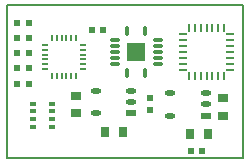
<source format=gtp>
%FSLAX25Y25*%
%MOIN*%
G70*
G01*
G75*
G04 Layer_Color=8421504*
%ADD10R,0.02756X0.03347*%
%ADD11R,0.03347X0.02756*%
%ADD12O,0.03543X0.01969*%
%ADD13O,0.03543X0.01969*%
%ADD14R,0.03543X0.01969*%
%ADD15R,0.02362X0.02362*%
%ADD16R,0.02200X0.01378*%
%ADD17O,0.01102X0.03937*%
%ADD18O,0.03937X0.01102*%
%ADD19R,0.05906X0.05906*%
%ADD20R,0.02362X0.02362*%
%ADD21O,0.02400X0.00800*%
%ADD22O,0.00800X0.02400*%
%ADD23O,0.02756X0.00787*%
%ADD24O,0.00787X0.02756*%
%ADD25C,0.00600*%
%ADD26C,0.01000*%
%ADD27C,0.02000*%
%ADD28C,0.00800*%
%ADD29C,0.01500*%
%ADD30C,0.00500*%
%ADD31C,0.05906*%
%ADD32C,0.02000*%
%ADD33C,0.00787*%
%ADD34C,0.00984*%
D10*
X32800Y-42500D02*
D03*
X38706D02*
D03*
X67000Y-43000D02*
D03*
X61094D02*
D03*
D11*
X23000Y-30300D02*
D03*
Y-36206D02*
D03*
X72000Y-31000D02*
D03*
Y-36906D02*
D03*
D12*
X41500Y-28720D02*
D03*
Y-32460D02*
D03*
X29689Y-28720D02*
D03*
X66400Y-29420D02*
D03*
Y-33160D02*
D03*
X54589Y-29420D02*
D03*
D13*
X29689Y-36200D02*
D03*
X54589Y-36900D02*
D03*
D14*
X41500Y-36200D02*
D03*
X66400Y-36900D02*
D03*
D15*
X32237Y-8300D02*
D03*
X28300D02*
D03*
X7400Y-5900D02*
D03*
X3463D02*
D03*
X65237Y-48700D02*
D03*
X61300D02*
D03*
X7400Y-21200D02*
D03*
X3463D02*
D03*
X7400Y-11000D02*
D03*
X3463D02*
D03*
Y-16100D02*
D03*
X7400D02*
D03*
X3463Y-26300D02*
D03*
X7400D02*
D03*
D16*
X8650Y-32961D02*
D03*
Y-35520D02*
D03*
Y-38080D02*
D03*
Y-40639D02*
D03*
X14950D02*
D03*
Y-38080D02*
D03*
Y-35520D02*
D03*
Y-32961D02*
D03*
D17*
X46153Y-22787D02*
D03*
Y-8613D02*
D03*
X40247D02*
D03*
Y-22787D02*
D03*
D18*
X50287Y-19637D02*
D03*
Y-17669D02*
D03*
Y-15700D02*
D03*
Y-13732D02*
D03*
Y-11763D02*
D03*
X36113D02*
D03*
Y-13732D02*
D03*
Y-15700D02*
D03*
Y-17669D02*
D03*
Y-19637D02*
D03*
D19*
X43200Y-15700D02*
D03*
D20*
X47900Y-31063D02*
D03*
Y-35000D02*
D03*
D21*
X25301Y-13463D02*
D03*
Y-15038D02*
D03*
Y-16613D02*
D03*
Y-18187D02*
D03*
Y-19762D02*
D03*
Y-21337D02*
D03*
X12899D02*
D03*
Y-19762D02*
D03*
Y-18187D02*
D03*
Y-16613D02*
D03*
Y-15038D02*
D03*
Y-13463D02*
D03*
D22*
X23037Y-23601D02*
D03*
X21462D02*
D03*
X19887D02*
D03*
X18313D02*
D03*
X16738D02*
D03*
X15163D02*
D03*
Y-11199D02*
D03*
X16738D02*
D03*
X18313D02*
D03*
X19887D02*
D03*
X21462D02*
D03*
X23037D02*
D03*
D23*
X74474Y-21606D02*
D03*
Y-19637D02*
D03*
Y-17669D02*
D03*
Y-15700D02*
D03*
Y-13732D02*
D03*
Y-11763D02*
D03*
Y-9794D02*
D03*
X58726D02*
D03*
Y-11763D02*
D03*
Y-13732D02*
D03*
Y-15700D02*
D03*
Y-17669D02*
D03*
Y-19637D02*
D03*
Y-21606D02*
D03*
D24*
X72505Y-7826D02*
D03*
X70537D02*
D03*
X68568D02*
D03*
X66600D02*
D03*
X64631D02*
D03*
X62663D02*
D03*
X60694D02*
D03*
Y-23574D02*
D03*
X62663D02*
D03*
X64631D02*
D03*
X66600D02*
D03*
X68568D02*
D03*
X70537D02*
D03*
X72505D02*
D03*
D30*
X0Y-51181D02*
Y0D01*
Y-51181D02*
X78740D01*
Y0D01*
X0D02*
X78740D01*
M02*

</source>
